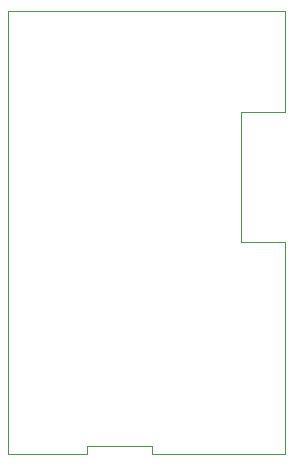
<source format=gbr>
%TF.GenerationSoftware,KiCad,Pcbnew,(5.99.0-8775-g06a515339c)*%
%TF.CreationDate,2021-02-12T19:12:04-05:00*%
%TF.ProjectId,mk2,6d6b322e-6b69-4636-9164-5f7063625858,rev?*%
%TF.SameCoordinates,Original*%
%TF.FileFunction,Profile,NP*%
%FSLAX46Y46*%
G04 Gerber Fmt 4.6, Leading zero omitted, Abs format (unit mm)*
G04 Created by KiCad (PCBNEW (5.99.0-8775-g06a515339c)) date 2021-02-12 19:12:04*
%MOMM*%
%LPD*%
G01*
G04 APERTURE LIST*
%TA.AperFunction,Profile*%
%ADD10C,0.100000*%
%TD*%
G04 APERTURE END LIST*
D10*
X35500000Y-21000000D02*
X31750000Y-21000000D01*
X18745200Y-49276000D02*
X24257000Y-49276000D01*
X18745200Y-50000000D02*
X12000000Y-50000000D01*
X18745200Y-49276000D02*
X18745200Y-50000000D01*
X12000000Y-50000000D02*
X12000000Y-12500000D01*
X31750000Y-32000000D02*
X35500000Y-32000000D01*
X24257000Y-50000000D02*
X35500000Y-50000000D01*
X35500000Y-32000000D02*
X35500000Y-50000000D01*
X35500000Y-12500000D02*
X35500000Y-21000000D01*
X31750000Y-21000000D02*
X31750000Y-32000000D01*
X12000000Y-12500000D02*
X35500000Y-12500000D01*
X24257000Y-49276000D02*
X24257000Y-50000000D01*
M02*

</source>
